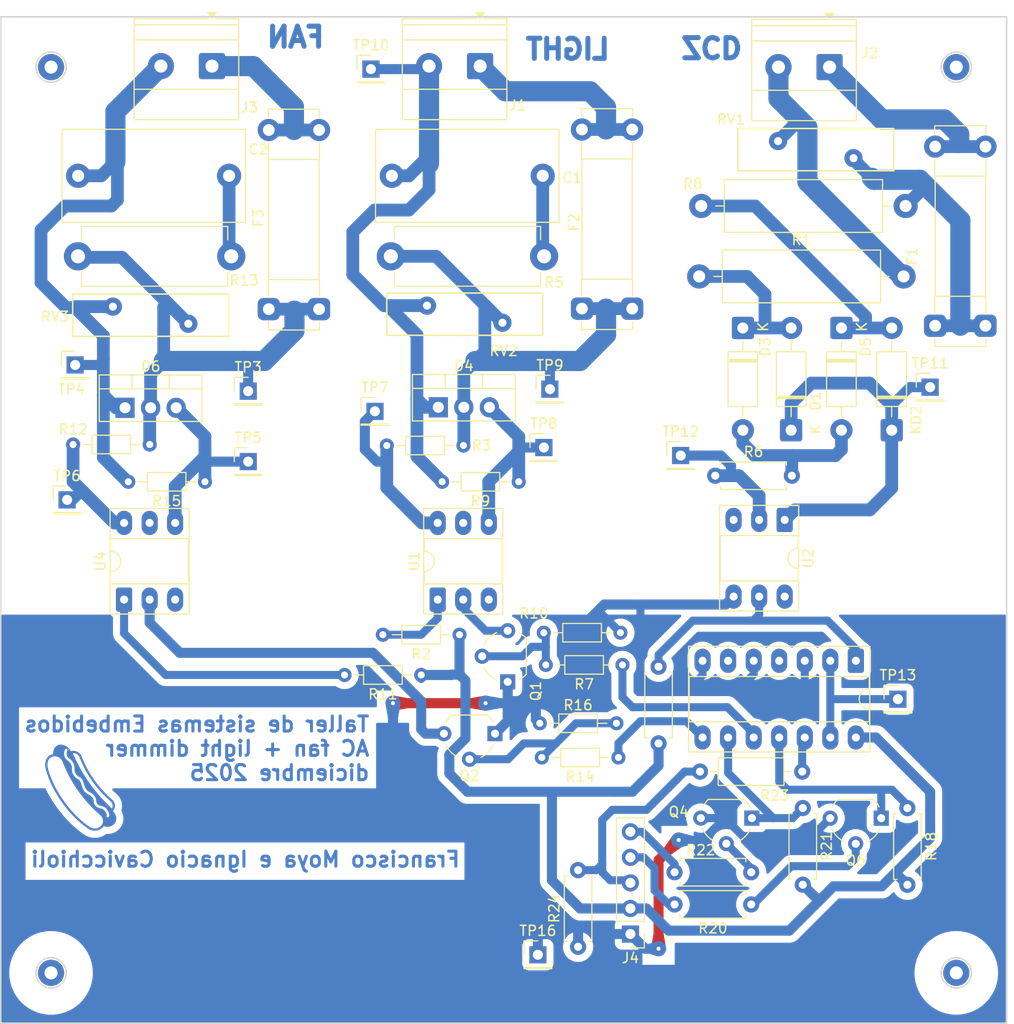
<source format=kicad_pcb>
(kicad_pcb (version 20241229) (generator "pcbnew") (generator_version "9.0")
  (title_block (date "mar. 31 mars 2015"))
  (layers (0 "F.Cu" signal) (2 "B.Cu" signal) (15 "B.Paste" user) (5 "F.SilkS" user "F.Silkscreen") (7 "B.SilkS" user "B.Silkscreen") (1 "F.Mask" user) (3 "B.Mask" user) (25 "Edge.Cuts" user))
  (net 0 "")
  (net 1 "Net-(C1-Pad1)")
  (net 2 "Net-(C2-Pad1)")
  (net 3 "/HV11")
  (net 4 "Net-(D1-A)")
  (net 5 "LIGHT_LINE")
  (net 6 "N")
  (net 7 "+5V")
  (net 8 "GND")
  (net 9 "/ZCD")
  (net 10 "Net-(Q2-D)")
  (net 11 "Net-(Q2-G)")
  (net 15 "DIMMING_LINE")
  (net 16 "/FAN")
  (net 17 "/LIGHT")
  (net 18 "Net-(R2-Pad2)")
  (net 19 "Net-(D1-K)")
  (net 21 "Net-(D3-A)")
  (net 22 "Net-(R4-Pad2)")
  (net 23 "/HV9")
  (net 24 "Net-(J2-Pin_2)")
  (net 25 "Net-(R3-Pad1)")
  (net 26 "Net-(R6-Pad1)")
  (net 27 "Net-(Q1-G)")
  (net 28 "Net-(Q1-D)")
  (net 29 "Net-(R12-Pad1)")
  (net 30 "Net-(J2-Pin_1)")
  (net 31 "Net-(R7-Pad1)")
  (net 32 "Net-(R11-Pad2)")
  (net 33 "/FAN_3V")
  (net 34 "Net-(R14-Pad1)")
  (net 39 "Net-(D4-G)")
  (net 40 "Net-(D4-A2)")
  (net 41 "Net-(D6-G)")
  (net 42 "Net-(D6-A1)")
  (net 43 "Net-(D6-A2)")
  (net 44 "/LIGHT_3V")
  (net 45 "Net-(Q6-B)")
  (net 46 "Net-(Q4-B)")
  (net 47 "Net-(R23-Pad1)")
  (net 48 "Net-(TP13-Pad1)")
  (footprint "Varistor:RV_Disc_D15.5mm_W4.2mm_P7.5mm" (layer "F.Cu") (at 158.68 82 180)
    (property "Reference" "RV2")
    (property "Value" "Varistor")
  )
  (footprint "Connector_PinHeader_2.54mm:PinHeader_1x01_P2.54mm_Vertical" (layer "F.Cu") (at 163.4 88.6)
    (property "Reference" "TP9")
    (property "Value" "TestPoint")
  )
  (footprint "Connector_PinHeader_2.54mm:PinHeader_1x01_P2.54mm_Vertical" (layer "F.Cu") (at 116.2 86.2)
    (property "Reference" "TP4")
    (property "Value" "TestPoint")
  )
  (footprint "Resistor_THT:R_Axial_DIN0204_L3.6mm_D1.6mm_P7.62mm_Horizontal" (layer "F.Cu") (at 129.1 97.8 180)
    (property "Reference" "R15")
    (property "Value" "220")
  )
  (footprint "Connector_PinHeader_2.54mm:PinHeader_1x05_P2.54mm_Vertical" (layer "F.Cu") (at 171.4 142.74 180)
    (property "Reference" "J4")
    (property "Value" "Conn_01x05_Socket")
  )
  (footprint "Resistor_THT:R_Axial_DIN0204_L3.6mm_D1.6mm_P7.62mm_Horizontal" (layer "F.Cu") (at 162.79 112.8)
    (property "Reference" "R10")
    (property "Value" "1M")
  )
  (footprint "" (layer "F.Cu") (at 113.8 146.6)
    (property "Reference" "")
    (property "Value" "")
  )
  (footprint "Connector_PinHeader_2.54mm:PinHeader_1x01_P2.54mm_Vertical" (layer "F.Cu") (at 198 119.4)
    (property "Reference" "TP13")
    (property "Value" "TestPoint")
  )
  (footprint "TerminalBlock_Phoenix:TerminalBlock_Phoenix_MKDS-1,5-2-5.08_1x02_P5.08mm_Horizontal" (layer "F.Cu") (at 191.2 56.6 180)
    (property "Reference" "J2")
    (property "Value" "Screw_Terminal_01x02")
  )
  (footprint "Resistor_THT:R_Axial_DIN0516_L15.5mm_D5.0mm_P20.32mm_Horizontal" (layer "F.Cu") (at 178.44 70.4)
    (property "Reference" "R8")
    (property "Value" "10k")
  )
  (footprint "Package_TO_SOT_THT:TO-220-3_Vertical" (layer "F.Cu") (at 152.3 90.4)
    (property "Reference" "D4")
    (property "Value" "BTA06-600C")
  )
  (footprint "Resistor_THT:R_Axial_DIN0204_L3.6mm_D1.6mm_P7.62mm_Horizontal" (layer "F.Cu") (at 170.01 121.8 180)
    (property "Reference" "R16")
    (property "Value" "1M")
  )
  (footprint "Package_TO_SOT_THT:TO-92_Wide" (layer "F.Cu") (at 159.2 117.68 90)
    (property "Reference" "Q1")
    (property "Value" "2N7000")
  )
  (footprint "Package_TO_SOT_THT:TO-92_Wide" (layer "F.Cu") (at 157.94 122.83 180)
    (property "Reference" "Q2")
    (property "Value" "2N7000")
  )
  (footprint "Resistor_THT:R_Axial_DIN0207_L6.3mm_D2.5mm_P7.62mm_Horizontal" (layer "F.Cu") (at 174.2 123.8 90)
    (property "Reference" "R4" (hide yes))
    (property "Value" "1k" (hide yes))
  )
  (footprint "Resistor_THT:R_Axial_DIN0516_L15.5mm_D5.0mm_P20.32mm_Horizontal" (layer "F.Cu") (at 178.24 77.4)
    (property "Reference" "R1")
    (property "Value" "10k")
  )
  (footprint "Package_DIP:DIP-6_W7.62mm_Socket_LongPads" (layer "F.Cu") (at 186.74 101.59 -90)
    (property "Reference" "U2")
    (property "Value" "4N25")
  )
  (footprint "Resistor_THT:R_Axial_DIN0204_L3.6mm_D1.6mm_P7.62mm_Horizontal" (layer "F.Cu") (at 150.6 117 180)
    (property "Reference" "R11")
    (property "Value" "180")
  )
  (footprint "Diode_THT:D_DO-41_SOD81_P10.16mm_Horizontal" (layer "F.Cu") (at 197.38 92.68 90)
    (property "Reference" "D2")
    (property "Value" "1N4007" (hide yes))
  )
  (footprint "Connector_PinHeader_2.54mm:PinHeader_1x01_P2.54mm_Vertical" (layer "F.Cu") (at 162.8 94.4)
    (property "Reference" "TP8")
    (property "Value" "TestPoint")
  )
  (footprint "Fuse:Fuseholder_Clip-5x20mm_Bel_FC-203-22_Lateral_P17.80x5.00mm_D1.17mm_Horizontal" (layer "F.Cu") (at 201.7 82.3 90)
    (property "Reference" "F1")
    (property "Value" "Fuse")
  )
  (footprint "Resistor_THT:R_Axial_DIN0614_L14.3mm_D5.7mm_P15.24mm_Horizontal" (layer "F.Cu") (at 162.82 75.4 180)
    (property "Reference" "R5")
    (property "Value" "1k")
  )
  (footprint "Package_DIP:DIP-6_W7.62mm_Socket_LongPads" (layer "F.Cu") (at 152.24 109.51 90)
    (property "Reference" "U1")
    (property "Value" "MOC3023M")
  )
  (footprint "Varistor:RV_Disc_D15.5mm_W4.2mm_P7.5mm" (layer "F.Cu") (at 127.45 82.1 180)
    (property "Reference" "RV3")
    (property "Value" "Varistor")
  )
  (footprint "Package_DIP:DIP-6_W7.62mm_Socket_LongPads" (layer "F.Cu") (at 121.06 109.51 90)
    (property "Reference" "U4")
    (property "Value" "MOC3023M")
  )
  (footprint "TerminalBlock_Phoenix:TerminalBlock_Phoenix_MKDS-1,5-2-5.08_1x02_P5.08mm_Horizontal" (layer "F.Cu") (at 129.8 56.5 180)
    (property "Reference" "J3")
    (property "Value" "Screw_Terminal_01x02" (hide yes))
  )
  (footprint "Resistor_THT:R_Axial_DIN0207_L6.3mm_D2.5mm_P7.62mm_Horizontal" (layer "F.Cu") (at 198.94 130.23 -90)
    (property "Reference" "R18")
    (property "Value" "2k2")
  )
  (footprint "Diode_THT:D_DO-41_SOD81_P10.16mm_Horizontal" (layer "F.Cu") (at 187.38 92.68 90)
    (property "Reference" "D1")
    (property "Value" "1N4007")
  )
  (footprint "Varistor:RV_Disc_D15.5mm_W4.2mm_P7.5mm" (layer "F.Cu") (at 186.08 63.95)
    (property "Reference" "RV1")
    (property "Value" "Varistor" (hide yes))
  )
  (footprint "Package_TO_SOT_THT:TO-220-3_Vertical" (layer "F.Cu") (at 121.16 90.45)
    (property "Reference" "D6")
    (property "Value" "BTA06-600C")
  )
  (footprint "Resistor_THT:R_Axial_DIN0207_L6.3mm_D2.5mm_P7.62mm_Horizontal" (layer "F.Cu") (at 179.83 97.2)
    (property "Reference" "R6")
    (property "Value" "2k2")
  )
  (footprint "Resistor_THT:R_Axial_DIN0204_L3.6mm_D1.6mm_P7.62mm_Horizontal" (layer "F.Cu") (at 170.61 116 180)
    (property "Reference" "R7")
    (property "Value" "5")
  )
  (footprint "Diode_THT:D_DO-41_SOD81_P10.16mm_Horizontal" (layer "F.Cu") (at 192.38 82.52 -90)
    (property "Reference" "D5")
    (property "Value" "1N4007")
  )
  (footprint "Connector_PinHeader_2.54mm:PinHeader_1x01_P2.54mm_Vertical" (layer "F.Cu") (at 133.4 95.8)
    (property "Reference" "TP5")
    (property "Value" "TestPoint")
  )
  (footprint "Resistor_THT:R_Axial_DIN0207_L6.3mm_D2.5mm_P7.62mm_Horizontal" (layer "F.Cu") (at 183.41 136.6 180)
    (property "Reference" "R22")
    (property "Value" "2k2")
  )
  (footprint "Package_TO_SOT_THT:TO-92_Wide" (layer "F.Cu") (at 183.48 131.22 180)
    (property "Reference" "Q4")
    (property "Value" "NPN")
  )
  (footprint "Resistor_THT:R_Axial_DIN0204_L3.6mm_D1.6mm_P7.62mm_Horizontal" (layer "F.Cu") (at 154.41 113 180)
    (property "Reference" "R2")
    (property "Value" "180")
  )
  (footprint "Fuse:Fuseholder_Clip-5x20mm_Bel_FC-203-22_Lateral_P17.80x5.00mm_D1.17mm_Horizontal" (layer "F.Cu") (at 135.45 80.65 90)
    (property "Reference" "F3")
    (property "Value" "Fuse")
  )
  (footprint "Capacitor_THT:C_Rect_L18.0mm_W9.0mm_P15.00mm_FKS3_FKP3" (layer "F.Cu") (at 131.5 67.4 180)
    (property "Reference" "C2")
    (property "Value" "0.1uF")
  )
  (footprint "" (layer "F.Cu") (at 113.8 56.6)
    (property "Reference" "")
    (property "Value" "")
  )
  (footprint "Resistor_THT:R_Axial_DIN0614_L14.3mm_D5.7mm_P15.24mm_Horizontal" (layer "F.Cu") (at 131.72 75.4 180)
    (property "Reference" "R13")
    (property "Value" "1k")
  )
  (footprint "Connector_PinHeader_2.54mm:PinHeader_1x01_P2.54mm_Vertical" (layer "F.Cu") (at 145.6 56.8)
    (property "Reference" "TP10")
    (property "Value" "TestPoint")
  )
  (footprint "Connector_PinHeader_2.54mm:PinHeader_1x01_P2.54mm_Vertical" (layer "F.Cu") (at 133.4 88.8)
    (property "Reference" "TP3")
    (property "Value" "TestPoint")
  )
  (footprint "Resistor_THT:R_Axial_DIN0207_L6.3mm_D2.5mm_P7.62mm_Horizontal" (layer "F.Cu") (at 188.54 130.22 -90)
    (property "Reference" "R21")
    (property "Value" "2k2" (hide yes))
  )
  (footprint "Diode_THT:D_DO-41_SOD81_P10.16mm_Horizontal" (layer "F.Cu") (at 182.58 82.52 -90)
    (property "Reference" "D3")
    (property "Value" "1N4007" (hide yes))
  )
  (footprint "Resistor_THT:R_Axial_DIN0204_L3.6mm_D1.6mm_P7.62mm_Horizontal" (layer "F.Cu") (at 147.18 94.2)
    (property "Reference" "R3")
    (property "Value" "220")
  )
  (footprint "Resistor_THT:R_Axial_DIN0207_L6.3mm_D2.5mm_P7.62mm_Horizontal" (layer "F.Cu") (at 166.2 144.01 90)
    (property "Reference" "R24")
    (property "Value" "2k2")
  )
  (footprint "Fuse:Fuseholder_Clip-5x20mm_Bel_FC-203-22_Lateral_P17.80x5.00mm_D1.17mm_Horizontal" (layer "F.Cu") (at 166.58 80.6 90)
    (property "Reference" "F2")
    (property "Value" "Fuse")
  )
  (footprint "Resistor_THT:R_Axial_DIN0204_L3.6mm_D1.6mm_P7.62mm_Horizontal" (layer "F.Cu") (at 160.3 97.8 180)
    (property "Reference" "R9")
    (property "Value" "220")
  )
  (footprint "Connector_PinHeader_2.54mm:PinHeader_1x01_P2.54mm_Vertical" (layer "F.Cu") (at 162.2 144.8)
    (property "Reference" "TP16")
    (property "Value" "TestPoint")
  )
  (footprint "Connector_PinHeader_2.54mm:PinHeader_1x01_P2.54mm_Vertical" (layer "F.Cu") (at 115.4 99.6)
    (property "Reference" "TP6")
    (property "Value" "TestPoint")
  )
  (footprint "" (layer "F.Cu") (at 203.8 56.6)
    (property "Reference" "")
    (property "Value" "")
  )
  (footprint "Resistor_THT:R_Axial_DIN0207_L6.3mm_D2.5mm_P7.62mm_Horizontal" (layer "F.Cu") (at 183.41 139.8 180)
    (property "Reference" "R20")
    (property "Value" "2k2")
  )
  (footprint "Connector_PinHeader_2.54mm:PinHeader_1x01_P2.54mm_Vertical" (layer "F.Cu") (at 146 90.8)
    (property "Reference" "TP7")
    (property "Value" "TestPoint")
  )
  (footprint "TerminalBlock_Phoenix:TerminalBlock_Phoenix_MKDS-1,5-2-5.08_1x02_P5.08mm_Horizontal" (layer "F.Cu") (at 156.46 56.5 180)
    (property "Reference" "J1")
    (property "Value" "Screw_Terminal_01x02")
  )
  (footprint "" (layer "F.Cu") (at 203.8 146.6)
    (property "Reference" "")
    (property "Value" "")
  )
  (footprint "Package_TO_SOT_THT:TO-92_Wide" (layer "F.Cu") (at 196.34 131.23 180)
    (property "Reference" "Q6")
    (property "Value" "NPN")
  )
  (footprint "Connector_PinHeader_2.54mm:PinHeader_1x01_P2.54mm_Vertical" (layer "F.Cu") (at 176.4 95.2)
    (property "Reference" "TP12")
    (property "Value" "TestPoint")
  )
  (footprint "Capacitor_THT:C_Rect_L18.0mm_W9.0mm_P15.00mm_FKS3_FKP3" (layer "F.Cu") (at 162.68 67.4 180)
    (property "Reference" "C1")
    (property "Value" "0.1uF")
  )
  (footprint "Package_DIP:DIP-14_W7.62mm_Socket_LongPads" (layer "F.Cu") (at 193.815 115.59 -90)
    (property "Reference" "U3" (hide yes))
    (property "Value" "CD40106" (hide yes))
  )
  (footprint "Connector_PinHeader_2.54mm:PinHeader_1x01_P2.54mm_Vertical" (layer "F.Cu") (at 201.2 88.4)
    (property "Reference" "TP11")
    (property "Value" "TestPoint")
  )
  (footprint "Resistor_THT:R_Axial_DIN0207_L6.3mm_D2.5mm_P10.16mm_Horizontal" (layer "F.Cu") (at 188.48 126.6 180)
    (property "Reference" "R23")
    (property "Value" "1k")
  )
  (footprint "Resistor_THT:R_Axial_DIN0204_L3.6mm_D1.6mm_P7.62mm_Horizontal" (layer "F.Cu") (at 115.99 94.1)
    (property "Reference" "R12")
    (property "Value" "220")
  )
  (footprint "Resistor_THT:R_Axial_DIN0204_L3.6mm_D1.6mm_P7.62mm_Horizontal" (layer "F.Cu") (at 170.21 125.2 180)
    (property "Reference" "R14")
    (property "Value" "5")
  )
  (footprint "graphics:hotdog" (layer "B.Cu") (at 116.6 128.4 125)
    (property "Reference" "G***" (hide yes))
    (property "Value" "LOGO" (hide yes))
  )
  (gr_rect (start 108.8 51.6) (end 208.8 151.6) (stroke (width 0.15)) (fill no) (layer "Edge.Cuts"))
  (gr_circle (center 113.8 56.6) (end 115.3 56.6) (stroke (width 0.15)) (fill no) (layer "Edge.Cuts"))
  (gr_circle (center 203.8 56.6) (end 205.3 56.6) (stroke (width 0.15)) (fill no) (layer "Edge.Cuts"))
  (gr_circle (center 113.8 146.6) (end 115.3 146.6) (stroke (width 0.15)) (fill no) (layer "Edge.Cuts"))
  (gr_circle (center 203.8 146.6) (end 205.3 146.6) (stroke (width 0.15)) (fill no) (layer "Edge.Cuts"))
  (gr_text "FAN" (at 141.2 54.8 0) (layer "B.Cu") (effects (font (size 2 2) (thickness 0.5) (bold yes)) (justify left bottom mirror)))
  (gr_text "Francisco Moya e Ignacio Cavicchioli\n" (at 154.6 136.2 0) (layer "B.Cu") (effects (font (size 1.5 1.5) (thickness 0.3) (bold yes)) (justify left bottom mirror)))
  (gr_text "LIGHT" (at 169.6 56 0) (layer "B.Cu") (effects (font (size 2 2) (thickness 0.5) (bold yes)) (justify left bottom mirror)))
  (gr_text "ZCD" (at 176.2 53.4 180) (layer "B.Cu") (effects (font (size 2 2) (thickness 0.5) (bold yes)) (justify left bottom mirror)))
  (gr_text "Taller de sistemas Embebidos\nAC fan + light dimmer\ndiciembre 2025" (at 145.6 127.6 0) (layer "B.Cu") (effects (font (size 1.5 1.5) (thickness 0.3) (bold yes)) (justify left bottom mirror)))
  (segment (start 162.68 67.4) (end 162.68 75.26) (width 1.27) (layer "B.Cu") (net 1))
  (segment (start 162.68 75.26) (end 162.82 75.4) (width 1.27) (layer "B.Cu") (net 1))
  (segment (start 131.5 75.18) (end 131.72 75.4) (width 1.27) (layer "B.Cu") (net 2))
  (segment (start 131.5 67.4) (end 131.5 75.18) (width 1.27) (layer "B.Cu") (net 2))
  (segment (start 150.18 83.2) (end 147.28 80.3) (width 1.27) (layer "B.Cu") (net 3))
  (segment (start 151.38 65.4) (end 151.38 66.2) (width 2) (layer "B.Cu") (net 3))
  (segment (start 146.9 80.3) (end 143.8 77.2) (width 1.27) (layer "B.Cu") (net 3))
  (segment (start 147.28 80.3) (end 146.9 80.3) (width 1.27) (layer "B.Cu") (net 3))
  (segment (start 150.98 90.4) (end 150.18 89.6) (width 1.27) (layer "B.Cu") (net 3))
  (segment (start 151.08 56.8) (end 151.38 56.5) (width 0.6) (layer "B.Cu") (net 3))
  (segment (start 151.18 80.3) (end 147.28 80.3) (width 1.27) (layer "B.Cu") (net 3))
  (segment (start 151.38 56.5) (end 151.38 65.4) (width 2) (layer "B.Cu") (net 3))
  (segment (start 145.98 70.8) (end 149.38 70.8) (width 1.27) (layer "B.Cu") (net 3))
  (segment (start 152.68 97.8) (end 150.18 95.3) (width 1.27) (layer "B.Cu") (net 3))
  (segment (start 152.3 90.4) (end 150.98 90.4) (width 1.27) (layer "B.Cu") (net 3))
  (segment (start 147.68 67.4) (end 149.38 67.4) (width 1.27) (layer "B.Cu") (net 3))
  (segment (start 151.38 68.8) (end 151.38 66.2) (width 1.27) (layer "B.Cu") (net 3))
  (segment (start 145.6 56.8) (end 151.08 56.8) (width 1) (layer "B.Cu") (net 3))
  (segment (start 150.18 95.3) (end 150.18 89.6) (width 1.27) (layer "B.Cu") (net 3))
  (segment (start 143.8 77.2) (end 143.8 72.98) (width 1.27) (layer "B.Cu") (net 3))
  (segment (start 150.18 89.6) (end 150.18 83.2) (width 1.27) (layer "B.Cu") (net 3))
  (segment (start 149.38 70.8) (end 151.38 68.8) (width 1.27) (layer "B.Cu") (net 3))
  (segment (start 149.38 67.4) (end 151.38 65.4) (width 1.27) (layer "B.Cu") (net 3))
  (segment (start 143.8 72.98) (end 145.98 70.8) (width 1.27) (layer "B.Cu") (net 3))
  (segment (start 184.78 82.52) (end 186.58 82.52) (width 1.27) (layer "B.Cu") (net 4))
  (segment (start 184.78 82.52) (end 184.78 79.18) (width 1.27) (layer "B.Cu") (net 4))
  (segment (start 184.78 79.18) (end 183 77.4) (width 1.27) (layer "B.Cu") (net 4))
  (segment (start 183 77.4) (end 178.24 77.4) (width 1.27) (layer "B.Cu") (net 4))
  (segment (start 182.58 82.52) (end 184.78 82.52) (width 1.27) (layer "B.Cu") (net 4))
  (segment (start 158.96 59) (end 167.38 59) (width 2) (layer "B.Cu") (net 5))
  (segment (start 168.98 62.8) (end 171.58 62.8) (width 1.27) (layer "B.Cu") (net 5))
  (segment (start 166.58 62.8) (end 168.98 62.8) (width 1.27) (layer "B.Cu") (net 5))
  (segment (start 167.38 59) (end 168.98 60.6) (width 2) (layer "B.Cu") (net 5))
  (segment (start 168.98 60.6) (end 168.98 62.8) (width 2) (layer "B.Cu") (net 5))
  (segment (start 156.46 56.5) (end 158.96 59) (width 2) (layer "B.Cu") (net 5))
  (segment (start 195.6 67.8) (end 195.4 67.6) (width 2) (layer "B.Cu") (net 6))
  (segment (start 200.18 67.8) (end 195.6 67.8) (width 2) (layer "B.Cu") (net 6))
  (segment (start 204.2 71.82) (end 200.18 67.8) (width 2) (layer "B.Cu") (net 6))
  (segment (start 200.18 68.98) (end 198.76 70.4) (width 1.27) (layer "B.Cu") (net 6))
  (segment (start 206.7 82.3) (end 204.2 82.3) (width 1.27) (layer "B.Cu") (net 6))
  (segment (start 200.18 67.8) (end 200.18 68.98) (width 1.27) (layer "B.Cu") (net 6))
  (segment (start 204.2 82.3) (end 201.7 82.3) (width 1.27) (layer "B.Cu") (net 6))
  (segment (start 204.2 82.3) (end 204.2 71.82) (width 2) (layer "B.Cu") (net 6))
  (segment (start 193.58 65.65) (end 193.58 65.78) (width 1.27) (layer "B.Cu") (net 6))
  (segment (start 193.58 65.78) (end 195.4 67.6) (width 1.27) (layer "B.Cu") (net 6))
  (segment (start 173 140.2) (end 175.2 142.4) (width 1) (layer "B.Cu") (net 7))
  (segment (start 201.2 133.2) (end 201.2 128.6) (width 1) (layer "B.Cu") (net 7))
  (segment (start 171.4 140.2) (end 173 140.2) (width 1) (layer "B.Cu") (net 7))
  (segment (start 155 123.3) (end 153.4 124.9) (width 1) (layer "B.Cu") (net 7))
  (segment (start 175.2 142.4) (end 187.2 142.4) (width 1) (layer "B.Cu") (net 7))
  (segment (start 153.4 124.9) (end 153.4 126.8) (width 1) (layer "B.Cu") (net 7))
  (segment (start 154.41 116.964) (end 153.636 116.964) (width 1) (layer "B.Cu") (net 7))
  (segment (start 166.4 140.2) (end 163.6 137.4) (width 1) (layer "B.Cu") (net 7))
  (segment (start 153.4 126.8) (end 155.2 128.6) (width 1) (layer "B.Cu") (net 7))
  (segment (start 174.2 126) (end 171.6 128.6) (width 1) (layer "B.Cu") (net 7))
  (segment (start 187.2 142.4) (end 190.4 139.2) (width 1) (layer "B.Cu") (net 7))
  (segment (start 153.6 117) (end 150.6 117) (width 1) (layer "B.Cu") (net 7))
  (segment (start 163.6 128.6) (end 169.8 128.6) (width 1) (layer "B.Cu") (net 7))
  (segment (start 201.2 128.6) (end 195.81 123.21) (width 1) (layer "B.Cu") (net 7))
  (segment (start 174.2 123.8) (end 174.2 126) (width 1) (layer "B.Cu") (net 7))
  (segment (start 197.79 136.7) (end 197.7 136.7) (width 1) (layer "B.Cu") (net 7))
  (segment (start 191.6 138) (end 196.4 138) (width 1) (layer "B.Cu") (net 7))
  (segment (start 198.94 137.85) (end 197.79 136.7) (width 1) (layer "B.Cu") (net 7))
  (segment (start 154.41 116.964) (end 154.41 113) (width 1) (layer "B.Cu") (net 7))
  (segment (start 169.8 128.6) (end 171.6 128.6) (width 1) (layer "B.Cu") (net 7))
  (segment (start 163.6 137.4) (end 163.6 128.6) (width 1) (layer "B.Cu") (net 7))
  (segment (start 150.6 117.4) (end 150.6 117) (width 0.8) (layer "B.Cu") (net 7))
  (segment (start 196.4 138) (end 197.7 136.7) (width 1) (layer "B.Cu") (net 7))
  (segment (start 155.2 128.6) (end 163.6 128.6) (width 1) (layer "B.Cu") (net 7))
  (segment (start 188.54 137.84) (end 189.9 139.2) (width 1) (layer "B.Cu") (net 7))
  (segment (start 155 117.554) (end 155 123.3) (width 1) (layer "B.Cu") (net 7))
  (segment (start 190.4 139.2) (end 191.6 138) (width 1) (layer "B.Cu") (net 7))
  (segment (start 189.9 139.2) (end 190.4 139.2) (width 1) (layer "B.Cu") (net 7))
  (segment (start 154.446 113.036) (end 154.41 113) (width 1.27) (layer "B.Cu") (net 7))
  (segment (start 171.4 140.2) (end 166.4 140.2) (width 1) (layer "B.Cu") (net 7))
  (segment (start 193.815 123.21) (end 193.8 123.225) (width 1) (layer "B.Cu") (net 7))
  (segment (start 153.636 116.964) (end 153.6 117) (width 1) (layer "B.Cu") (net 7))
  (segment (start 154.41 116.964) (end 155 117.554) (width 1) (layer "B.Cu") (net 7))
  (segment (start 197.7 136.7) (end 201.2 133.2) (width 1) (layer "B.Cu") (net 7))
  (segment (start 195.81 123.21) (end 193.815 123.21) (width 1) (layer "B.Cu") (net 7))
  (segment (start 147.8 119.8) (end 157 119.8) (width 1) (layer "F.Cu") (net 8))
  (segment (start 174.2 135.4) (end 174.2 144.2) (width 1) (layer "F.Cu") (net 8))
  (segment (start 176.2 133.4) (end 174.2 135.4) (width 1) (layer "F.Cu") (net 8))
  (via (at 176.2 133.4) (size 1.5) (drill 0.4) (layers "F.Cu" "B.Cu") (net 8))
  (via (at 174.2 144.2) (size 1.5) (drill 0.4) (layers "F.Cu" "B.Cu") (net 8))
  (via (at 147.8 119.8) (size 1.5) (drill 0.4) (layers "F.Cu" "B.Cu") (net 8))
  (via (at 157 119.8) (size 1.5) (drill 0.4) (layers "F.Cu" "B.Cu") (net 8))
  (segment (start 162.6 142) (end 162.6 139.4) (width 1) (layer "B.Cu") (net 8))
  (segment (start 168.51 110.9) (end 167.9 110.9) (width 0.8) (layer "B.Cu") (net 8))
  (segment (start 168.8 142) (end 169.54 142.74) (width 1) (layer "B.Cu") (net 8))
  (segment (start 180.778 131.22) (end 178.38 131.22) (width 0.8) (layer "B.Cu") (net 8))
  (segment (start 178.575 117.025) (end 177.2 118.4) (width 0.8) (layer "B.Cu") (net 8))
  (segment (start 147.8 123.6) (end 147.8 119.8) (width 1) (layer "B.Cu") (net 8))
  (segment (start 162.39 121.8) (end 162 121.41) (width 1) (layer "B.Cu") (net 8))
  (segment (start 187.87 118.4) (end 188.735 117.535) (width 0.8) (layer "B.Cu") (net 8))
  (segment (start 159.2 119.6) (end 159.2 120.8) (width 1) (layer "B.Cu") (net 8))
  (segment (start 182.2 118.4) (end 187.87 118.4) (width 0.8) (layer "B.Cu") (net 8))
  (segment (start 170.41 112.8) (end 168.51 110.9) (width 0.8) (layer "B.Cu") (net 8))
  (segment (start 161.2 132) (end 159.6 130.4) (width 1) (layer "B.Cu") (net 8))
  (segment (start 162.6 139.4) (end 161.2 138) (width 1) (layer "B.Cu") (net 8))
  (segment (start 172.4 110) (end 180.87 110) (width 1) (layer "B.Cu") (net 8))
  (segment (start 161.2 138) (end 161.2 132) (width 1) (layer "B.Cu") (net 8))
  (segment (start 180.778 131.22) (end 182.558 133) (width 0.8) (layer "B.Cu") (net 8))
  (segment (start 167.9 110.9) (end 168.8 110) (width 1) (layer "B.Cu") (net 8))
  (segment (start 167.9 110.9) (end 166.8 112) (width 1) (layer "B.Cu") (net 8))
  (segment (start 188.735 117.535) (end 188.735 115.59) (width 0.8) (layer "B.Cu") (net 8))
  (segment (start 180.87 110) (end 181.66 109.21) (width 1) (layer "B.Cu") (net 8))
  (segment (start 172.4 117.6) (end 172.4 110) (width 0.8) (layer "B.Cu") (net 8))
  (segment (start 159.2 117.68) (end 159.2 119.6) (width 1) (layer "B.Cu") (net 8))
  (segment (start 183.655 115.59) (end 183.655 116.945) (width 0.8) (layer "B.Cu") (net 8))
  (segment (start 166.8 112) (end 166.8 118) (width 1) (layer "B.Cu") (net 8))
  (segment (start 178.4 131.22) (end 180.778 131.22) (width 0.8) (layer "B.Cu") (net 8))
  (segment (start 159.2 120.8) (end 159.2 121.57) (width 1) (layer "B.Cu") (net 8))
  (segment (start 162 121.41) (end 162 119.6) (width 1) (layer "B.Cu") (net 8))
  (segment (start 182.558 133) (end 189.49 133) (width 0.8) (layer "B.Cu") (net 8))
  (segment (start 177.2 118.4) (end 173.2 118.4) (width 0.8) (layer "B.Cu") (net 8))
  (segment (start 172.86 144.2) (end 171.4 142.74) (width 1) (layer "B.Cu") (net 8))
  (segment (start 159.6 130.4) (end 154.6 130.4) (width 1) (layer "B.Cu") (net 8))
  (segment (start 180.778 131.22) (end 180.778 131.222) (width 0.8) (layer "B.Cu") (net 8))
  (segment (start 157 119.8) (end 159 119.8) (width 1) (layer "B.Cu") (net 8))
  (segment (start 162.2 142.4) (end 162.6 142) (width 1) (layer "B.Cu") (net 8))
  (segment (start 174.2 144.2) (end 172.86 144.2) (width 1) (layer "B.Cu") (net 8))
  (segment (start 183.655 116.945) (end 182.2 118.4) (width 0.8) (layer "B.Cu") (net 8))
  (segment (start 159.2 121.57) (end 157.94 122.83) (width 1) (layer "B.Cu") (net 8))
  (segment (start 189.49 133) (end 191.26 131.23) (width 0.8) (layer "B.Cu") (net 8))
  (segment (start 166.2 142) (end 168.8 142) (width 1) (layer "B.Cu") (net 8))
  (segment (start 162.2 144.8) (end 162.2 142.4) (width 1) (layer "B.Cu") (net 8))
  (segment (start 166.8 118) (end 165.2 119.6) (width 1) (layer "B.Cu") (net 8))
  (segment (start 178.575 115.59) (end 178.575 117.025) (width 0.8) (layer "B.Cu") (net 8))
  (segment (start 165.2 119.6) (end 159.2 119.6) (width 1) (layer "B.Cu") (net 8))
  (segment (start 177.2 118.4) (end 182.2 118.4) (width 0.8) (layer "B.Cu") (net 8))
  (segment (start 162.6 142) (end 166.2 142) (width 1) (layer "B.Cu") (net 8))
  (segment (start 166.2 144.01) (end 166.2 142) (width 1) (layer "B.Cu") (net 8))
  (segment (start 154.6 130.4) (end 147.8 123.6) (width 1) (layer "B.Cu") (net 8))
  (segment (start 180.778 131.222) (end 178.6 133.4) (width 0.8) (layer "B.Cu") (net 8))
  (segment (start 169.54 142.74) (end 171.4 142.74) (width 1) (layer "B.Cu") (net 8))
  (segment (start 168.8 110) (end 172.4 110) (width 1) (layer "B.Cu") (net 8))
  (segment (start 173.2 118.4) (end 172.4 117.6) (width 0.8) (layer "B.Cu") (net 8))
  (segment (start 178.6 133.4) (end 176.2 133.4) (width 0.8) (layer "B.Cu") (net 8))
  (segment (start 159 119.8) (end 159.2 119.6) (width 1) (layer "B.Cu") (net 8))
  (segment (start 168.6 136.6) (end 169.4 137.4) (width 0.8) (layer "B.Cu") (net 9))
  (segment (start 176.8 126.6) (end 173 130.4) (width 0.8) (layer "B.Cu") (net 9))
  (segment (start 178.32 126.6) (end 176.8 126.6) (width 0.8) (layer "B.Cu") (net 9))
  (segment (start 169.6 130.4) (end 168.6 131.4) (width 0.8) (layer "B.Cu") (net 9))
  (segment (start 166.2 136.39) (end 168.01 136.39) (width 0.8) (layer "B.Cu") (net 9))
  (segment (start 173 130.4) (end 169.6 130.4) (width 0.8) (layer "B.Cu") (net 9))
  (segment (start 169.4 137.4) (end 171.14 137.4) (width 0.8) (layer "B.Cu") (net 9))
  (segment (start 168.6 135.8) (end 168.6 136.6) (width 0.8) (layer "B.Cu") (net 9))
  (segment (start 168.01 136.39) (end 168.6 135.8) (width 0.8) (layer "B.Cu") (net 9))
  (segment (start 168.6 131.4) (end 168.6 135.8) (width 0.8) (layer "B.Cu") (net 9))
  (segment (start 171.14 137.4) (end 171.4 137.66) (width 0.8) (layer "B.Cu") (net 9))
  (segment (start 123.6 111.8) (end 126.6 114.8) (width 1) (layer "B.Cu") (net 10))
  (segment (start 145.8 114.8) (end 150.6 119.6) (width 1) (layer "B.Cu") (net 10))
  (segment (start 150.6 122.4) (end 151.03 122.83) (width 1) (layer "B.Cu") (net 10))
  (segment (start 151.03 122.83) (end 152.86 122.83) (width 1) (layer "B.Cu") (net 10))
  (segment (start 150.6 119.6) (end 150.6 122.4) (width 1) (layer "B.Cu") (net 10))
  (segment (start 123.6 109.51) (end 123.6 111.8) (width 1) (layer "B.Cu") (net 10))
  (segment (start 126.6 114.8) (end 145.8 114.8) (width 1) (layer "B.Cu") (net 10))
  (segment (start 163.995 123.795) (end 163.99 123.8) (width 0.8) (layer "B.Cu") (net 11))
  (segment (start 165.99 121.8) (end 163.995 123.795) (width 0.8) (layer "B.Cu") (net 11))
  (segment (start 163.995 123.795) (end 162.59 125.2) (width 0.8) (layer "B.Cu") (net 11))
  (segment (start 170.01 121.8) (end 165.99 121.8) (width 0.8) (layer "B.Cu") (net 11))
  (segment (start 163.99 123.8) (end 160.8 123.8) (width 0.8) (layer "B.Cu") (net 11))
  (segment (start 159.23 125.37) (end 155.4 125.37) (width 0.8) (layer "B.Cu") (net 11))
  (segment (start 160.8 123.8) (end 159.23 125.37) (width 0.8) (layer "B.Cu") (net 11))
  (segment (start 137.95 62.85) (end 135.45 62.85) (width 1.27) (layer "B.Cu") (net 15))
  (segment (start 129.8 56.5) (end 133.9 56.5) (width 2) (layer "B.Cu") (net 15))
  (segment (start 137.95 60.55) (end 137.95 62.85) (width 2) (layer "B.Cu") (net 15))
  (segment (start 140.45 62.85) (end 137.95 62.85) (width 1.27) (layer "B.Cu") (net 15))
  (segment (start 133.9 56.5) (end 137.95 60.55) (width 2) (layer "B.Cu") (net 15))
  (segment (start 187.54 131.22) (end 188.54 130.22) (width 0.8) (layer "B.Cu") (net 16))
  (segment (start 185.6 131.22) (end 181.115 126.735) (width 0.8) (layer "B.Cu") (net 16))
  (segment (start 181.115 126.735) (end 181.115 123.21) (width 0.8) (layer "B.Cu") (net 16))
  (segment (start 181.2 123.295) (end 181.115 123.21) (width 0.8) (layer "B.Cu") (net 16))
  (segment (start 185.6 131.22) (end 187.54 131.22) (width 0.8) (layer "B.Cu") (net 16))
  (segment (start 183.48 131.22) (end 185.6 131.22) (width 0.8) (layer "B.Cu") (net 16))
  (segment (start 196.2 128.4) (end 197.4 128.4) (width 0.8) (layer "B.Cu") (net 17))
  (segment (start 186.2 127.6) (end 187 128.4) (width 0.8) (layer "B.Cu") (net 17))
  (segment (start 196.34 128.54) (end 196.2 128.4) (width 0.8) (layer "B.Cu") (net 17))
  (segment (start 196.34 131.23) (end 196.34 128.54) (width 0.8) (layer "B.Cu") (net 17))
  (segment (start 187 128.4) (end 196.2 128.4) (width 0.8) (layer "B.Cu") (net 17))
  (segment (start 186.2 123.215) (end 186.2 127.6) (width 0.8) (layer "B.Cu") (net 17))
  (segment (start 186.195 123.21) (end 186.2 123.215) (width 0.8) (layer "B.Cu") (net 17))
  (segment (start 198.94 129.94) (end 198.94 130.23) (width 0.8) (layer "B.Cu") (net 17))
  (segment (start 197.4 128.4) (end 198.94 129.94) (width 0.8) (layer "B.Cu") (net 17))
  (segment (start 146.79 113) (end 150.6 113) (width 0.8) (layer "B.Cu") (net 18))
  (segment (start 150.6 113) (end 152.24 111.36) (width 0.8) (layer "B.Cu") (net 18))
  (segment (start 152.24 111.36) (end 152.24 109.51) (width 0.8) (layer "B.Cu") (net 18))
  (segment (start 187.38 90) (end 189.38 88) (width 1.27) (layer "B.Cu") (net 19))
  (segment (start 187.38 92.68) (end 187.38 90) (width 1.27) (layer "B.Cu") (net 19))
  (segment (start 197.38 92.68) (end 197.38 98.42) (width 1.27) (layer "B.Cu") (net 19))
  (segment (start 189.38 88) (end 195.18 88) (width 1.27) (layer "B.Cu") (net 19))
  (segment (start 195.18 88) (end 197.38 90.2) (width 1.27) (layer "B.Cu") (net 19))
  (segment (start 201.2 88.4) (end 199.18 88.4) (width 1) (layer "B.Cu") (net 19))
  (segment (start 197.58 92.88) (end 197.38 92.68) (width 1.27) (layer "B.Cu") (net 19))
  (segment (start 187.73 100.6) (end 186.74 101.59) (width 1.27) (layer "B.Cu") (net 19))
  (segment (start 197.38 90.2) (end 197.38 92.68) (width 1.27) (layer "B.Cu") (net 19))
  (segment (start 197.38 98.42) (end 195.2 100.6) (width 1.27) (layer "B.Cu") (net 19))
  (segment (start 199.18 88.4) (end 197.38 90.2) (width 1) (layer "B.Cu") (net 19))
  (segment (start 195.2 100.6) (end 187.73 100.6) (width 1.27) (layer "B.Cu") (net 19))
  (segment (start 192.38 94.6) (end 192.38 92.68) (width 1.27) (layer "B.Cu") (net 21))
  (segment (start 182.58 92.68) (end 182.58 94) (width 1.27) (layer "B.Cu") (net 21))
  (segment (start 191.78 95.2) (end 192.38 94.6) (width 1.27) (layer "B.Cu") (net 21))
  (segment (start 182.58 94) (end 183.78 95.2) (width 1.27) (layer "B.Cu") (net 21))
  (segment (start 187.6 95.2) (end 187.45 95.35) (width 1.27) (layer "B.Cu") (net 21))
  (segment (start 187.6 95.2) (end 191.78 95.2) (width 1.27) (layer "B.Cu") (net 21))
  (segment (start 187.45 95.35) (end 187.45 97.2) (width 1.27) (layer "B.Cu") (net 21))
  (segment (start 183.78 95.2) (end 187.6 95.2) (width 1.27) (layer "B.Cu") (net 21))
  (segment (start 193.815 114.415) (end 191 111.6) (width 0.8) (layer "B.Cu") (net 22))
  (segment (start 174.2 115) (end 174.2 116.18) (width 0.8) (layer "B.Cu") (net 22))
  (segment (start 177.6 111.6) (end 174.2 115) (width 0.8) (layer "B.Cu") (net 22))
  (segment (start 184.2 111) (end 183.6 111.6) (width 0.8) (layer "B.Cu") (net 22))
  (segment (start 183.2 111.6) (end 183.6 111.6) (width 0.8) (layer "B.Cu") (net 22))
  (segment (start 183.2 111.6) (end 177.6 111.6) (width 0.8) (layer "B.Cu") (net 22))
  (segment (start 191 111.6) (end 190.8 111.6) (width 0.8) (layer "B.Cu") (net 22))
  (segment (start 184.2 109.21) (end 184.2 111) (width 0.8) (layer "B.Cu") (net 22))
  (segment (start 193.815 115.59) (end 193.815 114.415) (width 0.8) (layer "B.Cu") (net 22))
  (segment (start 183.2 111.6) (end 190.8 111.6) (width 0.8) (layer "B.Cu") (net 22))
  (segment (start 183.8 70.4) (end 178.44 70.4) (width 1.27) (layer "B.Cu") (net 23))
  (segment (start 194.78 82.52) (end 194.78 81.38) (width 1.27) (layer "B.Cu") (net 23))
  (segment (start 193.58 82.52) (end 194.78 82.52) (width 1.27) (layer "B.Cu") (net 23))
  (segment (start 195.38 82.52) (end 197.38 82.52) (width 1.27) (layer "B.Cu") (net 23))
  (segment (start 194.78 81.38) (end 183.8 70.4) (width 1.27) (layer "B.Cu") (net 23))
  (segment (start 194.78 82.52) (end 195.38 82.52) (width 1.27) (layer "B.Cu") (net 23))
  (segment (start 189 62.6) (end 188.2 61.8) (width 2) (layer "B.Cu") (net 24))
  (segment (start 198.56 77.4) (end 198.4 77.4) (width 2) (layer "B.Cu") (net 24))
  (segment (start 186.12 59.72) (end 186.12 56.6) (width 2) (layer "B.Cu") (net 24))
  (segment (start 186.08 63.95) (end 188.2 61.83) (width 1.27) (layer "B.Cu") (net 24))
  (segment (start 188.2 61.8) (end 186.12 59.72) (width 2) (layer "B.Cu") (net 24))
  (segment (start 188.2 61.83) (end 188.2 61.8) (width 1.27) (layer "B.Cu") (net 24))
  (segment (start 198.4 77.4) (end 189 68) (width 2) (layer "B.Cu") (net 24))
  (segment (start 189 68) (end 189 62.6) (width 2) (layer "B.Cu") (net 24))
  (segment (start 145 91.8) (end 145 94.6) (width 1) (layer "B.Cu") (net 25))
  (segment (start 147.18 94.2) (end 147.18 95.8) (width 1.27) (layer "B.Cu") (net 25))
  (segment (start 146 90.8) (end 145 91.8) (width 1) (layer "B.Cu") (net 25))
  (segment (start 150.69 101.89) (end 152.24 101.89) (width 1.27) (layer "B.Cu") (net 25))
  (segment (start 146.2 95.8) (end 147.18 95.8) (width 1) (layer "B.Cu") (net 25))
  (segment (start 147.18 95.8) (end 147.18 98.38) (width 1.27) (layer "B.Cu") (net 25))
  (segment (start 145 94.6) (end 146.2 95.8) (width 1) (layer "B.Cu") (net 25))
  (segment (start 147.18 98.38) (end 150.69 101.89) (width 1.27) (layer "B.Cu") (net 25))
  (segment (start 180.4 95.2) (end 181.4 96.2) (width 1) (layer "B.Cu") (net 26))
  (segment (start 184.2 99.2) (end 182.2 97.2) (width 1.27) (layer "B.Cu") (net 26))
  (segment (start 176.4 95.2) (end 180.4 95.2) (width 1) (layer "B.Cu") (net 26))
  (segment (start 181.4 97.2) (end 179.83 97.2) (width 1.27) (layer "B.Cu") (net 26))
  (segment (start 181.4 96.2) (end 181.4 97.2) (width 1) (layer "B.Cu") (net 26))
  (segment (start 182.2 97.2) (end 181.4 97.2) (width 1.27) (layer "B.Cu") (net 26))
  (segment (start 184.2 101.59) (end 184.2 99.2) (width 1.27) (layer "B.Cu") (net 26))
  (segment (start 162.99 114.2) (end 162.99 113) (width 0.8) (layer "B.Cu") (net 27))
  (segment (start 161.6 114.2) (end 162.99 114.2) (width 0.8) (layer "B.Cu") (net 27))
  (segment (start 160.66 115.14) (end 161.6 114.2) (width 0.8) (layer "B.Cu") (net 27))
  (segment (start 156.66 115.14) (end 160.66 115.14) (width 0.8) (layer "B.Cu") (net 27))
  (segment (start 162.99 116) (end 162.99 114.2) (width 0.8) (layer "B.Cu") (net 27))
  (segment (start 162.99 113) (end 162.79 112.8) (width 0.8) (layer "B.Cu") (net 27))
  (segment (start 157 112.6) (end 154.78 110.38) (width 0.8) (layer "B.Cu") (net 28))
  (segment (start 159.2 112.6) (end 157 112.6) (width 0.8) (layer "B.Cu") (net 28))
  (segment (start 154.78 110.38) (end 154.78 109.51) (width 0.8) (layer "B.Cu") (net 28))
  (segment (start 116 99.6) (end 116.4 99.2) (width 1) (layer "B.Cu") (net 29))
  (segment (start 116.6 99.2) (end 117 98.8) (width 0.6) (layer "B.Cu") (net 29))
  (segment (start 120.09 101.89) (end 121.06 101.89) (width 1.27) (layer "B.Cu") (net 29))
  (segment (start 115.4 99.6) (end 116 99.6) (width 0.6) (layer "B.Cu") (net 29))
  (segment (start 117 98.8) (end 120.09 101.89) (width 1.27) (layer "B.Cu") (net 29))
  (segment (start 116.4 99.2) (end 116.6 99.2) (width 0.6) (layer "B.Cu") (net 29))
  (segment (start 115.99 94.1) (end 115.99 97.79) (width 1.27) (layer "B.Cu") (net 29))
  (segment (start 115.99 97.79) (end 117 98.8) (width 1.27) (layer "B.Cu") (net 29))
  (segment (start 206.7 64.5) (end 204.1 64.5) (width 1.27) (layer "B.Cu") (net 30))
  (segment (start 204.1 63.7) (end 204.1 63.28) (width 2) (layer "B.Cu") (net 30))
  (segment (start 204.1 64.5) (end 204.1 63.7) (width 1.27) (layer "B.Cu") (net 30))
  (segment (start 196.4 61.8) (end 191.2 56.6) (width 2) (layer "B.Cu") (net 30))
  (segment (start 204.1 64.5) (end 201.7 64.5) (width 1.27) (layer "B.Cu") (net 30))
  (segment (start 204.1 63.28) (end 202.62 61.8) (width 2) (layer "B.Cu") (net 30))
  (segment (start 202.62 61.8) (end 196.4 61.8) (width 2) (layer "B.Cu") (net 30))
  (segment (start 171.6 120.2) (end 170.61 119.21) (width 0.8) (layer "B.Cu") (net 31))
  (segment (start 170.61 119.21) (end 170.61 116) (width 0.8) (layer "B.Cu") (net 31))
  (segment (start 181.045 120.2) (end 171.6 120.2) (width 0.8) (layer "B.Cu") (net 31))
  (segment (start 183.655 122.81) (end 181.045 120.2) (width 0.8) (layer "B.Cu") (net 31))
  (segment (start 183.655 123.21) (end 183.655 122.81) (width 0.8) (layer "B.Cu") (net 31))
  (segment (start 142.98 117) (end 125.2 117) (width 0.8) (layer "B.Cu") (net 32))
  (segment (start 125.2 117) (end 121.06 112.86) (width 0.8) (layer "B.Cu") (net 32))
  (segment (start 121.06 112.86) (end 121.06 109.51) (width 0.8) (layer "B.Cu") (net 32))
  (segment (start 172.58 132.58) (end 171.4 132.58) (width 0.8) (layer "B.Cu") (net 33))
  (segment (start 175.79 135.79) (end 172.58 132.58) (width 0.8) (layer "B.Cu") (net 33))
  (segment (start 175.79 136.6) (end 175.79 135.79) (width 0.8) (layer "B.Cu") (net 33))
  (segment (start 172.4 121.6) (end 170.21 123.79) (width 0.8) (layer "B.Cu") (net 34))
  (segment (start 176.965 121.6) (end 172.4 121.6) (width 0.8) (layer "B.Cu") (net 34))
  (segment (start 170.21 123.79) (end 170.21 125.2) (width 0.8) (layer "B.Cu") (net 34))
  (segment (start 178.575 123.21) (end 176.965 121.6) (width 0.8) (layer "B.Cu") (net 34))
  (segment (start 160.3 93.32) (end 157.38 90.4) (width 1.27) (layer "B.Cu") (net 39))
  (segment (start 160.3 94.8) (end 160.3 93.32) (width 1.27) (layer "B.Cu") (net 39))
  (segment (start 157.32 97.78) (end 160.3 94.8) (width 1.27) (layer "B.Cu") (net 39))
  (segment (start 160.3 97.8) (end 160.3 94.8) (width 1.27) (layer "B.Cu") (net 39))
  (segment (start 162.8 94.4) (end 160.7 94.4) (width 1) (layer "B.Cu") (net 39))
  (segment (start 157.32 101.89) (end 157.32 97.78) (width 1.27) (layer "B.Cu") (net 39))
  (segment (start 160.7 94.4) (end 160.3 94.8) (width 0.6) (layer "B.Cu") (net 39))
  (segment (start 163.4 86.2) (end 163.8 85.8) (width 0.6) (layer "B.Cu") (net 40))
  (segment (start 168.98 80.6) (end 171.58 80.6) (width 1.27) (layer "B.Cu") (net 40))
  (segment (start 154.84 90.4) (end 154.84 86.94) (width 1.27) (layer "B.Cu") (net 40))
  (segment (start 156.93 80.25) (end 156.93 84.85) (width 1.27) (layer "B.Cu") (net 40))
  (segment (start 154.84 86.94) (end 155.98 85.8) (width 1.27) (layer "B.Cu") (net 40))
  (segment (start 154.84 94.16) (end 154.8 94.2) (width 1.27) (layer "B.Cu") (net 40))
  (segment (start 163.4 88.6) (end 163.4 86.2) (width 1) (layer "B.Cu") (net 40))
  (segment (start 168.98 82.2) (end 168.98 83.2) (width 2) (layer "B.Cu") (net 40))
  (segment (start 168.98 83.2) (end 166.58 85.6) (width 2) (layer "B.Cu") (net 40))
  (segment (start 166.38 85.8) (end 163.8 85.8) (width 2) (layer "B.Cu") (net 40))
  (segment (start 166.58 80.6) (end 168.98 80.6) (width 1.27) (layer "B.Cu") (net 40))
  (segment (start 152.08 75.4) (end 156.93 80.25) (width 1.27) (layer "B.Cu") (net 40))
  (segment (start 163.8 85.8) (end 155.98 85.8) (width 2) (layer "B.Cu") (net 40))
  (segment (start 156.93 84.85) (end 155.98 85.8) (width 1.27) (layer "B.Cu") (net 40))
  (segment (start 168.98 80.6) (end 168.98 82.2) (width 2) (layer "B.Cu") (net 40))
  (segment (start 166.58 85.6) (end 166.38 85.8) (width 2) (layer "B.Cu") (net 40))
  (segment (start 154.84 90.4) (end 154.84 94.16) (width 1.27) (layer "B.Cu") (net 40))
  (segment (start 156.93 80.25) (end 158.68 82) (width 1.27) (layer "B.Cu") (net 40))
  (segment (start 147.58 75.4) (end 152.08 75.4) (width 1.27) (layer "B.Cu") (net 40))
  (segment (start 129.6 95.8) (end 129.1 95.3) (width 0.6) (layer "B.Cu") (net 41))
  (segment (start 129.1 93.31) (end 126.24 90.45) (width 1.27) (layer "B.Cu") (net 41))
  (segment (start 133.4 95.8) (end 129.6 95.8) (width 1) (layer "B.Cu") (net 41))
  (segment (start 126.24 90.45) (end 126.25 90.45) (width 1.27) (layer "B.Cu") (net 41))
  (segment (start 126.14 98.26) (end 129.1 95.3) (width 1.27) (layer "B.Cu") (net 41))
  (segment (start 129.1 95.3) (end 129.1 94.9) (width 1.27) (layer "B.Cu") (net 41))
  (segment (start 129.1 94.9) (end 129.1 93.31) (width 1.27) (layer "B.Cu") (net 41))
  (segment (start 126.14 101.89) (end 126.14 98.26) (width 1.27) (layer "B.Cu") (net 41))
  (segment (start 129.1 97.8) (end 129.1 94.9) (width 1.27) (layer "B.Cu") (net 41))
  (segment (start 115.3 80.5) (end 112.8 78) (width 1.27) (layer "B.Cu") (net 42))
  (segment (start 121.4 97.8) (end 119 95.4) (width 1.27) (layer "B.Cu") (net 42))
  (segment (start 119 85.6) (end 119 83.3) (width 1.27) (layer "B.Cu") (net 42))
  (segment (start 121.16 90.45) (end 120.25 90.45) (width 1.27) (layer "B.Cu") (net 42))
  (segment (start 116.5 67.4) (end 118.8 67.4) (width 1.27) (layer "B.Cu") (net 42))
  (segment (start 116.2 80.5) (end 116.2 80.4) (width 1.27) (layer "B.Cu") (net 42))
  (segment (start 116.2 86.2) (end 118.4 86.2) (width 1) (layer "B.Cu") (net 42))
  (segment (start 120.2 61.02) (end 120.2 66) (width 2) (layer "B.Cu") (net 42))
  (segment (start 115.2 70.4) (end 119.8 70.4) (width 1.27) (layer "B.Cu") (net 42))
  (segment (start 120.4 69.8) (end 120.4 66.2) (width 1.27) (layer "B.Cu") (net 42))
  (segment (start 112.8 72.8) (end 115.2 70.4) (width 1.27) (layer "B.Cu") (net 42))
  (segment (start 118.8 67.4) (end 120.2 66) (width 1.27) (layer "B.Cu") (net 42))
  (segment (start 119 89.2) (end 119 85.6) (width 1.27) (layer "B.Cu") (net 42))
  (segment (start 116.2 80.5) (end 115.3 80.5) (width 1.27) (layer "B.Cu") (net 42))
  (segment (start 121.48 97.8) (end 121.4 97.8) (width 1.27) (layer "B.Cu") (net 42))
  (segment (start 119.8 70.4) (end 120.4 69.8) (width 1.27) (layer "B.Cu") (net 42))
  (segment (start 120.4 66.2) (end 120.2 66) (width 1.27) (layer "B.Cu") (net 42))
  (segment (start 112.8 78) (end 112.8 72.8) (width 1.27) (layer "B.Cu") (net 42))
  (segment (start 119 95.4) (end 119 89.2) (width 1.27) (layer "B.Cu") (net 42))
  (segment (start 119.95 80.4) (end 119.8715 80.4785) (width 1.27) (layer "B.Cu") (net 42))
  (segment (start 116.2 80.4) (end 119.95 80.4) (width 1.27) (layer "B.Cu") (net 42))
  (segment (start 124.72 56.5) (end 120.2 61.02) (width 2) (layer "B.Cu") (net 42))
  (segment (start 120.25 90.45) (end 119 89.2) (width 1.27) (layer "B.Cu") (net 42))
  (segment (start 118.4 86.2) (end 119 85.6) (width 0.6) (layer "B.Cu") (net 42))
  (segment (start 119 83.3) (end 116.2 80.5) (width 1.27) (layer "B.Cu") (net 42))
  (segment (start 133.4 86.2) (end 133 85.8) (width 0.6) (layer "B.Cu") (net 43))
  (segment (start 135 85.8) (end 137.8 83) (width 2) (layer "B.Cu") (net 43))
  (segment (start 123.7 90.45) (end 123.7 87.1) (width 1.27) (layer "B.Cu") (net 43))
  (segment (start 135.45 80.65) (end 137.85 80.65) (width 1.27) (layer "B.Cu") (net 43))
  (segment (start 138.15 80.65) (end 138 80.8) (width 1.27) (layer "B.Cu") (net 43))
  (segment (start 137.85 80.65) (end 138 80.8) (width 1.27) (layer "B.Cu") (net 43))
  (segment (start 125 85.8) (end 133 85.8) (width 2) (layer "B.Cu") (net 43))
  (segment (start 125.4 80.05) (end 127.45 82.1) (width 1.27) (layer "B.Cu") (net 43))
  (segment (start 120.85 75.5) (end 125.4 80.05) (width 1.27) (layer "B.Cu") (net 43))
  (segment (start 140.45 80.65) (end 138.15 80.65) (width 1.27) (layer "B.Cu") (net 43))
  (segment (start 123.61 90.54) (end 123.7 90.45) (width 1.27) (layer "B.Cu") (net 43))
  (segment (start 116.48 75.4) (end 116.58 75.5) (width 1.27) (layer "B.Cu") (net 43))
  (segment (start 133.4 88.8) (end 133.4 86.2) (width 1) (layer "B.Cu") (net 43))
  (segment (start 116.58 75.5) (end 120.85 75.5) (width 1.27) (layer "B.Cu") (net 43))
  (segment (start 125 80.45) (end 125.4 80.05) (width 1.27) (layer "B.Cu") (net 43))
  (segment (start 123.61 94.1) (end 123.61 90.54) (width 1.27) (layer "B.Cu") (net 43))
  (segment (start 123.7 87.1) (end 125 85.8) (width 1.27) (layer "B.Cu") (net 43))
  (segment (start 138 82.8) (end 138 80.8) (width 2) (layer "B.Cu") (net 43))
  (segment (start 137.8 83) (end 138 82.8) (width 2) (layer "B.Cu") (net 43))
  (segment (start 125 85.8) (end 125 80.45) (width 1.27) (layer "B.Cu") (net 43))
  (segment (start 133 85.8) (end 135 85.8) (width 2) (layer "B.Cu") (net 43))
  (segment (start 175.79 139.39) (end 175.79 139.8) (width 0.8) (layer "B.Cu") (net 44))
  (segment (start 172.72 135.12) (end 173.8 136.2) (width 0.8) (layer "B.Cu") (net 44))
  (segment (start 171.4 135.12) (end 172.72 135.12) (width 0.8) (layer "B.Cu") (net 44))
  (segment (start 175.2 139.8) (end 175.79 139.8) (width 0.8) (layer "B.Cu") (net 44))
  (segment (start 173.8 138.4) (end 175.2 139.8) (width 0.8) (layer "B.Cu") (net 44))
  (segment (start 173.8 136.2) (end 173.8 138.4) (width 0.8) (layer "B.Cu") (net 44))
  (segment (start 193 136) (end 187.4 136) (width 0.8) (layer "B.Cu") (net 45))
  (segment (start 183.6 139.8) (end 183.41 139.8) (width 0.8) (layer "B.Cu") (net 45))
  (segment (start 193.8 135.2) (end 193 136) (width 0.8) (layer "B.Cu") (net 45))
  (segment (start 187.4 136) (end 183.6 139.8) (width 0.8) (layer "B.Cu") (net 45))
  (segment (start 193.8 133.77) (end 193.8 135.2) (width 0.8) (layer "B.Cu") (net 45))
  (segment (start 183.41 136.23) (end 180.94 133.76) (width 0.8) (layer "B.Cu") (net 46))
  (segment (start 183.41 136.6) (end 183.41 136.23) (width 0.8) (layer "B.Cu") (net 46))
  (segment (start 188.735 123.21) (end 188.735 123.61) (width 0.8) (layer "B.Cu") (net 47))
  (segment (start 188.48 123.465) (end 188.735 123.21) (width 0.8) (layer "B.Cu") (net 47))
  (segment (start 188.48 126.6) (end 188.48 123.465) (width 0.8) (layer "B.Cu") (net 47))
  (segment (start 191.275 119.4) (end 191.275 115.59) (width 0.8) (layer "B.Cu") (net 48))
  (segment (start 191.275 123.21) (end 191.275 119.4) (width 0.8) (layer "B.Cu") (net 48))
  (segment (start 191.275 119.4) (end 198 119.4) (width 0.8) (layer "B.Cu") (net 48))
  (zone (net 0) (net_name "") (layer "B.Cu") (connect_pads (clearance 0)) (min_thickness 0.25)
    (keepout (tracks allowed) (vias allowed) (pads allowed) (copperpour not_allowed) (footprints allowed))
    (fill (thermal_gap 0.5) (thermal_bridge_width 0.5))
    (polygon (pts (xy 177.685589 135.2) (xy 174.485589 135.2) (xy 174.485589 132) (xy 177.685589 132)))
  )
  (zone (net 8) (net_name "GND") (layer "B.Cu") (connect_pads no (clearance 0.7)) (min_thickness 0.25) (fill yes (thermal_gap 1) (thermal_bridge_width 1))
    (polygon (pts (xy 208.8 151.6) (xy 108.8 151.6) (xy 108.8 111) (xy 208.8 111)))
  )
  (zone (net 0) (net_name "") (layer "B.Cu") (connect_pads (clearance 0)) (min_thickness 0.25)
    (keepout (tracks allowed) (vias allowed) (pads allowed) (copperpour not_allowed) (footprints allowed))
    (fill (thermal_gap 0.5) (thermal_bridge_width 0.5))
    (polygon (pts (xy 175.8 145.8) (xy 172.6 145.8) (xy 172.6 142.6) (xy 175.8 142.6)))
  )
  (zone (net 0) (net_name "") (layer "B.Cu") (connect_pads (clearance 0)) (min_thickness 0.25)
    (keepout (tracks allowed) (vias allowed) (pads allowed) (copperpour not_allowed) (footprints allowed))
    (fill (thermal_gap 0.5) (thermal_bridge_width 0.5))
    (polygon (pts (xy 149.4 121.746318) (xy 146.2 121.746318) (xy 146.2 118.546318) (xy 149.4 118.546318)))
  )
  (zone (net 0) (net_name "") (layer "B.Cu") (connect_pads (clearance 0)) (min_thickness 0.25)
    (keepout (tracks allowed) (vias allowed) (pads allowed) (copperpour not_allowed) (footprints allowed))
    (fill (thermal_gap 0.5) (thermal_bridge_width 0.5))
    (polygon (pts (xy 159 121.8) (xy 155.8 121.8) (xy 155.8 118.6) (xy 159 118.6)))
  )
)
</source>
